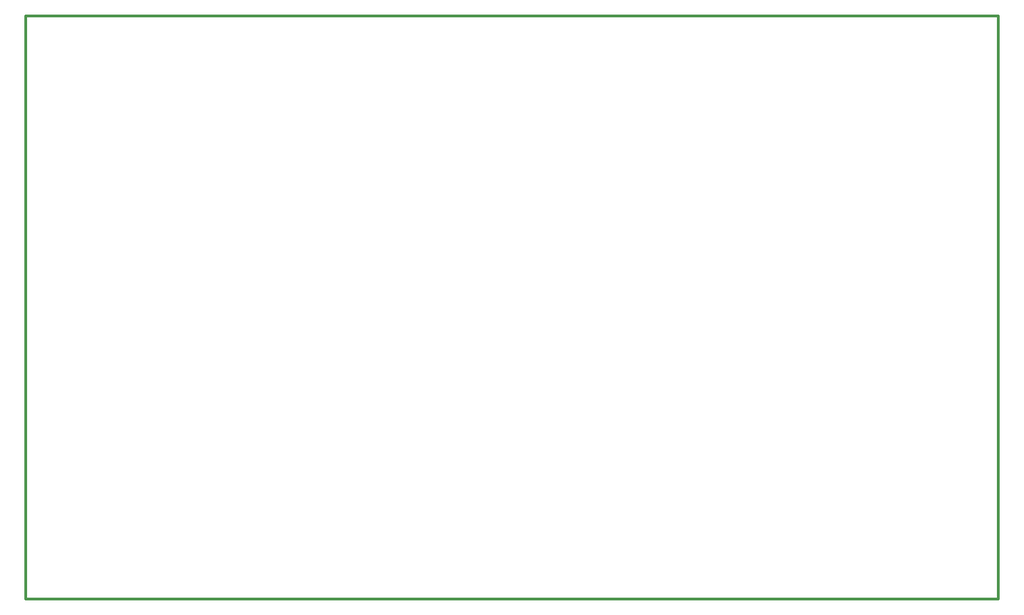
<source format=gko>
G04*
G04 #@! TF.GenerationSoftware,Altium Limited,Altium Designer,21.0.8 (223)*
G04*
G04 Layer_Color=16711935*
%FSTAX24Y24*%
%MOIN*%
G70*
G04*
G04 #@! TF.SameCoordinates,1A30FD0F-2F50-4216-9531-F08C28C5B71E*
G04*
G04*
G04 #@! TF.FilePolarity,Positive*
G04*
G01*
G75*
%ADD13C,0.0118*%
D13*
X-0Y028D02*
X0Y-0D01*
X-0Y028D02*
X04665Y028D01*
X04665Y0D02*
X04665Y028D01*
X0Y-0D02*
X04665Y0D01*
M02*

</source>
